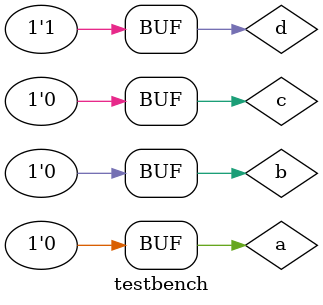
<source format=sv>
module testbench;
    logic a, b, c, d;
    logic [7:0] ascii_out;

    exe6 uut (
        .a(a),
        .b(b),
        .c(c),
        .d(d),
        .ascii_out(ascii_out)
    );

    initial begin
        $monitor("a=%b, b=%b, c=%b, d=%b -> ascii_out=%h", a, b, c, d, ascii_out);

        a = 1; b = 0; c = 0; d = 0; #10;
        a = 0; b = 1; c = 0; d = 0; #10;
        a = 0; b = 0; c = 1; d = 0; #10;
        a = 0; b = 0; c = 0; d = 1; #10;
    end
endmodule
</source>
